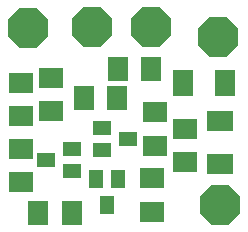
<source format=gts>
G75*
G70*
%OFA0B0*%
%FSLAX24Y24*%
%IPPOS*%
%LPD*%
%AMOC8*
5,1,8,0,0,1.08239X$1,22.5*
%
%ADD10R,0.0631X0.0474*%
%ADD11R,0.0474X0.0631*%
%ADD12R,0.0790X0.0710*%
%ADD13R,0.0710X0.0790*%
%ADD14R,0.0710X0.0789*%
%ADD15R,0.0789X0.0710*%
%ADD16OC8,0.1330*%
%ADD17R,0.0671X0.0907*%
%ADD18R,0.0907X0.0671*%
D10*
X003030Y002717D03*
X002164Y003091D03*
X003030Y003465D03*
X004014Y003430D03*
X004880Y003804D03*
X004014Y004178D03*
D11*
X003821Y002449D03*
X004569Y002449D03*
X004195Y001583D03*
D12*
X005681Y001364D03*
X005681Y002484D03*
X005797Y003574D03*
X005797Y004694D03*
X001333Y003474D03*
X001317Y004555D03*
X001317Y005674D03*
X001333Y002354D03*
D13*
X001883Y001319D03*
X003003Y001319D03*
X004541Y006146D03*
X005660Y006146D03*
D14*
X004518Y005162D03*
X003416Y005162D03*
D15*
X002317Y004721D03*
X002317Y005823D03*
X006797Y004134D03*
X006797Y003032D03*
D16*
X007963Y001603D03*
X007898Y007193D03*
X005668Y007542D03*
X003693Y007542D03*
X001536Y007502D03*
D17*
X006703Y005658D03*
X008120Y005658D03*
D18*
X007963Y004398D03*
X007963Y002981D03*
M02*

</source>
